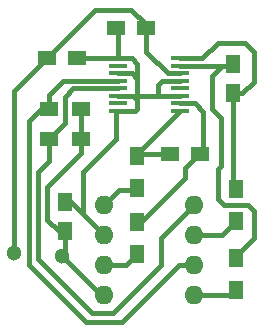
<source format=gbr>
G04 #@! TF.FileFunction,Copper,L1,Top,Signal*
%FSLAX46Y46*%
G04 Gerber Fmt 4.6, Leading zero omitted, Abs format (unit mm)*
G04 Created by KiCad (PCBNEW 4.0.2+e4-6225~38~ubuntu16.04.1-stable) date fre  5 aug 2016 15:05:03*
%MOMM*%
G01*
G04 APERTURE LIST*
%ADD10C,0.100000*%
%ADD11O,1.600000X1.600000*%
%ADD12R,1.250000X1.500000*%
%ADD13R,1.500000X1.250000*%
%ADD14R,1.300000X1.500000*%
%ADD15R,1.500000X1.300000*%
%ADD16R,1.600000X0.410000*%
%ADD17C,1.300000*%
%ADD18C,0.400000*%
G04 APERTURE END LIST*
D10*
D11*
X117602000Y-126238000D03*
X117602000Y-123698000D03*
X117602000Y-121158000D03*
X117602000Y-118618000D03*
X109982000Y-118618000D03*
X109982000Y-121158000D03*
X109982000Y-123698000D03*
X109982000Y-126238000D03*
D12*
X120904000Y-106700000D03*
X120904000Y-109200000D03*
D13*
X118090000Y-114300000D03*
X115590000Y-114300000D03*
D12*
X106680000Y-120884000D03*
X106680000Y-118384000D03*
D13*
X105176000Y-106172000D03*
X107676000Y-106172000D03*
X113518000Y-103632000D03*
X111018000Y-103632000D03*
D14*
X121158000Y-119968000D03*
X121158000Y-117268000D03*
X121158000Y-125810000D03*
X121158000Y-123110000D03*
X112776000Y-117174000D03*
X112776000Y-114474000D03*
X112776000Y-122762000D03*
X112776000Y-120062000D03*
D15*
X108030000Y-113030000D03*
X105330000Y-113030000D03*
X108030000Y-110490000D03*
X105330000Y-110490000D03*
D16*
X111137700Y-106235500D03*
X111137700Y-106870500D03*
X111137700Y-107505500D03*
X111137700Y-108140500D03*
X111137700Y-108775500D03*
X111137700Y-109410500D03*
X111137700Y-110045500D03*
X111137700Y-110680500D03*
X116446300Y-110680500D03*
X116446300Y-110045500D03*
X116446300Y-109410500D03*
X116446300Y-108775500D03*
X116446300Y-108140500D03*
X116446300Y-107505500D03*
X116446300Y-106870500D03*
X116446300Y-106235500D03*
D17*
X106426000Y-122936000D03*
X102362000Y-122682000D03*
D18*
X119126000Y-108478000D02*
X119126000Y-107696000D01*
X119126000Y-107696000D02*
X119951500Y-106870500D01*
X121158000Y-123110000D02*
X121158000Y-122936000D01*
X121158000Y-122936000D02*
X122682000Y-121412000D01*
X122682000Y-121412000D02*
X122682000Y-119126000D01*
X122682000Y-119126000D02*
X122174000Y-118618000D01*
X122174000Y-118618000D02*
X120142000Y-118618000D01*
X120142000Y-118618000D02*
X119634000Y-118110000D01*
X119634000Y-118110000D02*
X119634000Y-115570000D01*
X119634000Y-115570000D02*
X119888000Y-115316000D01*
X119888000Y-115316000D02*
X119888000Y-111252000D01*
X119888000Y-111252000D02*
X119126000Y-110490000D01*
X119126000Y-110490000D02*
X119126000Y-108478000D01*
X116446300Y-106870500D02*
X119951500Y-106870500D01*
X119951500Y-106870500D02*
X120733500Y-106870500D01*
X120733500Y-106870500D02*
X120904000Y-106700000D01*
X120904000Y-109200000D02*
X120904000Y-117014000D01*
X120904000Y-117014000D02*
X121158000Y-117268000D01*
X116446300Y-106235500D02*
X118300500Y-106235500D01*
X121686000Y-109200000D02*
X120904000Y-109200000D01*
X122682000Y-108204000D02*
X121686000Y-109200000D01*
X122682000Y-105664000D02*
X122682000Y-108204000D01*
X121920000Y-104902000D02*
X122682000Y-105664000D01*
X119634000Y-104902000D02*
X121920000Y-104902000D01*
X118300500Y-106235500D02*
X119634000Y-104902000D01*
X112776000Y-120062000D02*
X113110000Y-120062000D01*
X113110000Y-120062000D02*
X116840000Y-116332000D01*
X116840000Y-115550000D02*
X118364000Y-114026000D01*
X116840000Y-116332000D02*
X116840000Y-115550000D01*
X118364000Y-114026000D02*
X118364000Y-110744000D01*
X118364000Y-110744000D02*
X117665500Y-110045500D01*
X117665500Y-110045500D02*
X116446300Y-110045500D01*
X112776000Y-120062000D02*
X112856000Y-120062000D01*
X115590000Y-114300000D02*
X112950000Y-114300000D01*
X112950000Y-114300000D02*
X112776000Y-114474000D01*
X112776000Y-114474000D02*
X112776000Y-114350800D01*
X112776000Y-114350800D02*
X116446300Y-110680500D01*
X102362000Y-122682000D02*
X102362000Y-122936000D01*
X113518000Y-103632000D02*
X113518000Y-104882000D01*
X113518000Y-104882000D02*
X113538000Y-104902000D01*
X105176000Y-106172000D02*
X105176000Y-106152000D01*
X105176000Y-106152000D02*
X105918000Y-105410000D01*
X105918000Y-105410000D02*
X105918000Y-105430000D01*
X108030000Y-113030000D02*
X108030000Y-114220000D01*
X113538000Y-103652000D02*
X113538000Y-104902000D01*
X113538000Y-104902000D02*
X113538000Y-105664000D01*
X115379500Y-107505500D02*
X116446300Y-107505500D01*
X113538000Y-105664000D02*
X115379500Y-107505500D01*
X113538000Y-103652000D02*
X113518000Y-103632000D01*
X102362000Y-108966000D02*
X102382000Y-108966000D01*
X102362000Y-122682000D02*
X102362000Y-108966000D01*
X102382000Y-108966000D02*
X105918000Y-105430000D01*
X105918000Y-105430000D02*
X107696000Y-103652000D01*
X113518000Y-103632000D02*
X113518000Y-103358000D01*
X113518000Y-103358000D02*
X112268000Y-102108000D01*
X109240000Y-102108000D02*
X107696000Y-103652000D01*
X112268000Y-102108000D02*
X109240000Y-102108000D01*
X106680000Y-120884000D02*
X106680000Y-122682000D01*
X106680000Y-122682000D02*
X106426000Y-122936000D01*
X108458000Y-124968000D02*
X106426000Y-122936000D01*
X106680000Y-120884000D02*
X106152000Y-120884000D01*
X106152000Y-120884000D02*
X105156000Y-119888000D01*
X108030000Y-114220000D02*
X108030000Y-110490000D01*
X105156000Y-117094000D02*
X108030000Y-114220000D01*
X105156000Y-119888000D02*
X105156000Y-117094000D01*
X106680000Y-120884000D02*
X106680000Y-121412000D01*
X108458000Y-124968000D02*
X109728000Y-126238000D01*
X109728000Y-126238000D02*
X109982000Y-126238000D01*
X111137700Y-106235500D02*
X107779500Y-106235500D01*
X107779500Y-106235500D02*
X107696000Y-106152000D01*
X111137700Y-106235500D02*
X111137700Y-103751700D01*
X111137700Y-103751700D02*
X111018000Y-103632000D01*
X108204000Y-119380000D02*
X108204000Y-119380000D01*
X107208000Y-118384000D02*
X106680000Y-118384000D01*
X108204000Y-119380000D02*
X107208000Y-118384000D01*
X111137700Y-106235500D02*
X112331500Y-106235500D01*
X112776000Y-106680000D02*
X112776000Y-107950000D01*
X112331500Y-106235500D02*
X112776000Y-106680000D01*
X111137700Y-107505500D02*
X112331500Y-107505500D01*
X112776000Y-107950000D02*
X112776000Y-109410500D01*
X112331500Y-107505500D02*
X112776000Y-107950000D01*
X116446300Y-108140500D02*
X114871500Y-108140500D01*
X114554000Y-108458000D02*
X114554000Y-109410500D01*
X114871500Y-108140500D02*
X114554000Y-108458000D01*
X116446300Y-109410500D02*
X114554000Y-109410500D01*
X114554000Y-109410500D02*
X112776000Y-109410500D01*
X112776000Y-109410500D02*
X112458500Y-109410500D01*
X111137700Y-110680500D02*
X112585500Y-110680500D01*
X112458500Y-109410500D02*
X111137700Y-109410500D01*
X112776000Y-109728000D02*
X112458500Y-109410500D01*
X112776000Y-110490000D02*
X112776000Y-109728000D01*
X112585500Y-110680500D02*
X112776000Y-110490000D01*
X109982000Y-121158000D02*
X108204000Y-119380000D01*
X110998000Y-113030000D02*
X110998000Y-110820200D01*
X108204000Y-115824000D02*
X110998000Y-113030000D01*
X108204000Y-119380000D02*
X108204000Y-115824000D01*
X110998000Y-110820200D02*
X111137700Y-110680500D01*
X117602000Y-126238000D02*
X120730000Y-126238000D01*
X120730000Y-126238000D02*
X121158000Y-125810000D01*
X105330000Y-110490000D02*
X104648000Y-110490000D01*
X104648000Y-110490000D02*
X103632000Y-111506000D01*
X116332000Y-123698000D02*
X117602000Y-123698000D01*
X111506000Y-128524000D02*
X116332000Y-123698000D01*
X108458000Y-128524000D02*
X111506000Y-128524000D01*
X103632000Y-123698000D02*
X108458000Y-128524000D01*
X103632000Y-111506000D02*
X103632000Y-123698000D01*
X111137700Y-108140500D02*
X106489500Y-108140500D01*
X105330000Y-109300000D02*
X105330000Y-110490000D01*
X106489500Y-108140500D02*
X105330000Y-109300000D01*
X117602000Y-123698000D02*
X117094000Y-123698000D01*
X117602000Y-123698000D02*
X117174000Y-123698000D01*
X117602000Y-123698000D02*
X117348000Y-123698000D01*
X117602000Y-121158000D02*
X119968000Y-121158000D01*
X119968000Y-121158000D02*
X121158000Y-119968000D01*
X105330000Y-113030000D02*
X105330000Y-114888000D01*
X114808000Y-121412000D02*
X117602000Y-118618000D01*
X114808000Y-123698000D02*
X114808000Y-121412000D01*
X110744000Y-127762000D02*
X114808000Y-123698000D01*
X108966000Y-127762000D02*
X110744000Y-127762000D01*
X104394000Y-123190000D02*
X108966000Y-127762000D01*
X104394000Y-115824000D02*
X104394000Y-123190000D01*
X105330000Y-114888000D02*
X104394000Y-115824000D01*
X111137700Y-108775500D02*
X107378500Y-108775500D01*
X106680000Y-111680000D02*
X105330000Y-113030000D01*
X106680000Y-109474000D02*
X106680000Y-111680000D01*
X107378500Y-108775500D02*
X106680000Y-109474000D01*
X117602000Y-118618000D02*
X117348000Y-118618000D01*
X109982000Y-118618000D02*
X111252000Y-117348000D01*
X111252000Y-117348000D02*
X112602000Y-117348000D01*
X112602000Y-117348000D02*
X112776000Y-117174000D01*
X109982000Y-123698000D02*
X111840000Y-123698000D01*
X111840000Y-123698000D02*
X112776000Y-122762000D01*
M02*

</source>
